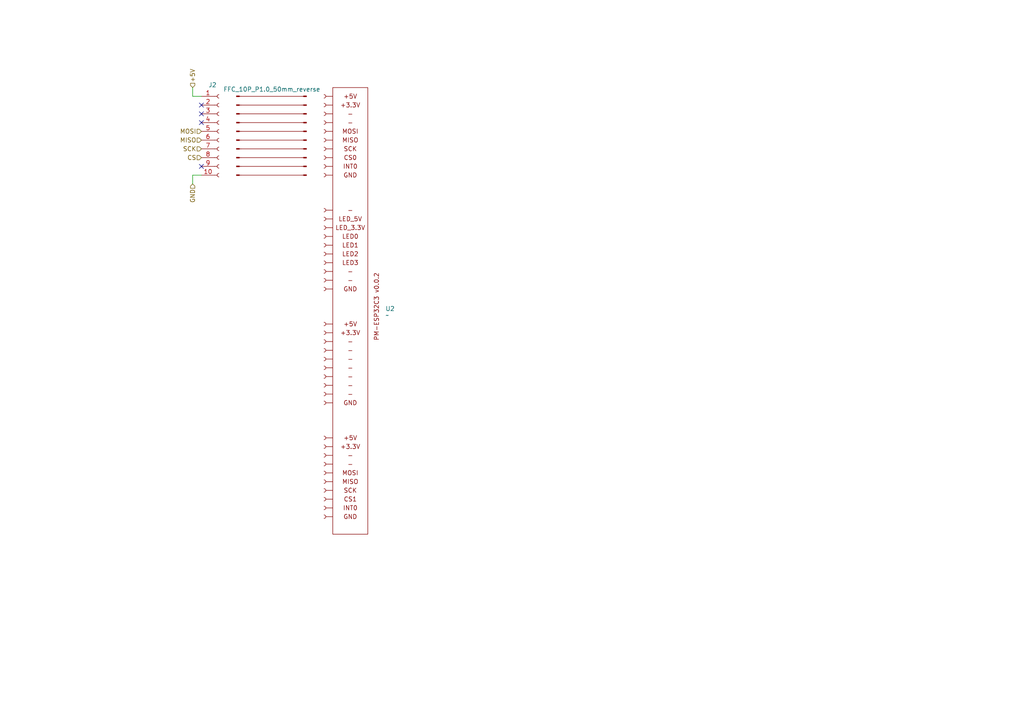
<source format=kicad_sch>
(kicad_sch (version 20231120) (generator "eeschema") (generator_version "8.0")
  (paper "A4")
  (lib_symbols
    (symbol "kicad_inventree_lib:AFA07-S10FCC-00" (pin_names (offset 1.016) hide)
      (property "Reference" "J" (at 0 12.7 0))
      (property "Value" "AFA07-S10FCC-00" (at 0 -15.24 0))
      (symbol "AFA07-S10FCC-00_1_1"
        (arc (start 0 -12.192) (mid -0.5058 -12.7) (end 0 -13.208) (stroke (width 0.1524)))
        (arc (start 0 -9.652) (mid -0.5058 -10.16) (end 0 -10.668) (stroke (width 0.1524)))
        (arc (start 0 -7.112) (mid -0.5058 -7.62) (end 0 -8.128) (stroke (width 0.1524)))
        (arc (start 0 -4.572) (mid -0.5058 -5.08) (end 0 -5.588) (stroke (width 0.1524)))
        (arc (start 0 -2.032) (mid -0.5058 -2.54) (end 0 -3.048) (stroke (width 0.1524)))
        (polyline (pts (xy -1.27 -12.7) (xy -0.508 -12.7)) (stroke (width 0.1524)))
        (polyline (pts (xy -1.27 -10.16) (xy -0.508 -10.16)) (stroke (width 0.1524)))
        (polyline (pts (xy -1.27 -7.62) (xy -0.508 -7.62)) (stroke (width 0.1524)))
        (polyline (pts (xy -1.27 -5.08) (xy -0.508 -5.08)) (stroke (width 0.1524)))
        (polyline (pts (xy -1.27 -2.54) (xy -0.508 -2.54)) (stroke (width 0.1524)))
        (polyline (pts (xy -1.27 0) (xy -0.508 0)) (stroke (width 0.1524)))
        (polyline (pts (xy -1.27 2.54) (xy -0.508 2.54)) (stroke (width 0.1524)))
        (polyline (pts (xy -1.27 5.08) (xy -0.508 5.08)) (stroke (width 0.1524)))
        (polyline (pts (xy -1.27 7.62) (xy -0.508 7.62)) (stroke (width 0.1524)))
        (polyline (pts (xy -1.27 10.16) (xy -0.508 10.16)) (stroke (width 0.1524)))
        (arc (start 0 0.508) (mid -0.5058 0) (end 0 -0.508) (stroke (width 0.1524)))
        (arc (start 0 3.048) (mid -0.5058 2.54) (end 0 2.032) (stroke (width 0.1524)))
        (arc (start 0 5.588) (mid -0.5058 5.08) (end 0 4.572) (stroke (width 0.1524)))
        (arc (start 0 8.128) (mid -0.5058 7.62) (end 0 7.112) (stroke (width 0.1524)))
        (arc (start 0 10.668) (mid -0.5058 10.16) (end 0 9.652) (stroke (width 0.1524)))
        (pin passive line (at -5.08 10.16 0) (length 3.81) (name "Pin_1") (number "1"))
        (pin passive line (at -5.08 -12.7 0) (length 3.81) (name "Pin_10") (number "10"))
        (pin passive line (at -5.08 7.62 0) (length 3.81) (name "Pin_2") (number "2"))
        (pin passive line (at -5.08 5.08 0) (length 3.81) (name "Pin_3") (number "3"))
        (pin passive line (at -5.08 2.54 0) (length 3.81) (name "Pin_4") (number "4"))
        (pin passive line (at -5.08 0 0) (length 3.81) (name "Pin_5") (number "5"))
        (pin passive line (at -5.08 -2.54 0) (length 3.81) (name "Pin_6") (number "6"))
        (pin passive line (at -5.08 -5.08 0) (length 3.81) (name "Pin_7") (number "7"))
        (pin passive line (at -5.08 -7.62 0) (length 3.81) (name "Pin_8") (number "8"))
        (pin passive line (at -5.08 -10.16 0) (length 3.81) (name "Pin_9") (number "9"))
      )
    )
    (symbol "kicad_inventree_lib:FFC_10P_P1.0_50mm_reverse" (on_board no)
      (property "Reference" "J" (at 0 2.794 0))
      (property "Value" "FFC_10P_P1.0_50mm_reverse" (at 0 0 0))
      (symbol "FFC_10P_P1.0_50mm_reverse_0_1"
        (polyline (pts (xy -8.89 -25.4) (xy 8.89 -25.4)))
        (polyline (pts (xy -8.89 -22.86) (xy 8.89 -22.86)))
        (polyline (pts (xy -8.89 -20.32) (xy 8.89 -20.32)))
        (polyline (pts (xy -8.89 -17.78) (xy 8.89 -17.78)))
        (polyline (pts (xy -8.89 -15.24) (xy 8.89 -15.24)))
        (polyline (pts (xy -8.89 -12.7) (xy 8.89 -12.7)))
        (polyline (pts (xy -8.89 -10.16) (xy 8.89 -10.16)))
        (polyline (pts (xy -8.89 -7.62) (xy 8.89 -7.62)))
        (polyline (pts (xy -8.89 -5.08) (xy 8.89 -5.08)))
        (polyline (pts (xy -8.89 -2.54) (xy 8.89 -2.54)))
      )
      (symbol "FFC_10P_P1.0_50mm_reverse_1_1"
        (rectangle (start -10.16 -25.273) (end -9.2964 -25.527) (stroke (width 0.1524)) (fill (type outline)))
        (rectangle (start -10.16 -22.733) (end -9.2964 -22.987) (stroke (width 0.1524)) (fill (type outline)))
        (rectangle (start -10.16 -20.193) (end -9.2964 -20.447) (stroke (width 0.1524)) (fill (type outline)))
        (rectangle (start -10.16 -17.653) (end -9.2964 -17.907) (stroke (width 0.1524)) (fill (type outline)))
        (rectangle (start -10.16 -15.113) (end -9.2964 -15.367) (stroke (width 0.1524)) (fill (type outline)))
        (rectangle (start -10.16 -12.573) (end -9.2964 -12.827) (stroke (width 0.1524)) (fill (type outline)))
        (rectangle (start -10.16 -10.033) (end -9.2964 -10.287) (stroke (width 0.1524)) (fill (type outline)))
        (rectangle (start -10.16 -7.493) (end -9.2964 -7.747) (stroke (width 0.1524)) (fill (type outline)))
        (rectangle (start -10.16 -4.953) (end -9.2964 -5.207) (stroke (width 0.1524)) (fill (type outline)))
        (rectangle (start -10.16 -2.413) (end -9.2964 -2.667) (stroke (width 0.1524)) (fill (type outline)))
        (polyline (pts (xy -8.89 -25.4) (xy -9.2964 -25.4)) (stroke (width 0.1524)))
        (polyline (pts (xy -8.89 -22.86) (xy -9.2964 -22.86)) (stroke (width 0.1524)))
        (polyline (pts (xy -8.89 -20.32) (xy -9.2964 -20.32)) (stroke (width 0.1524)))
        (polyline (pts (xy -8.89 -17.78) (xy -9.2964 -17.78)) (stroke (width 0.1524)))
        (polyline (pts (xy -8.89 -15.24) (xy -9.2964 -15.24)) (stroke (width 0.1524)))
        (polyline (pts (xy -8.89 -12.7) (xy -9.2964 -12.7)) (stroke (width 0.1524)))
        (polyline (pts (xy -8.89 -10.16) (xy -9.2964 -10.16)) (stroke (width 0.1524)))
        (polyline (pts (xy -8.89 -7.62) (xy -9.2964 -7.62)) (stroke (width 0.1524)))
        (polyline (pts (xy -8.89 -5.08) (xy -9.2964 -5.08)) (stroke (width 0.1524)))
        (polyline (pts (xy -8.89 -2.54) (xy -9.2964 -2.54)) (stroke (width 0.1524)))
        (polyline (pts (xy 8.89 -25.4) (xy 9.2964 -25.4)) (stroke (width 0.1524)))
        (polyline (pts (xy 8.89 -22.86) (xy 9.2964 -22.86)) (stroke (width 0.1524)))
        (polyline (pts (xy 8.89 -20.32) (xy 9.2964 -20.32)) (stroke (width 0.1524)))
        (polyline (pts (xy 8.89 -17.78) (xy 9.2964 -17.78)) (stroke (width 0.1524)))
        (polyline (pts (xy 8.89 -15.24) (xy 9.2964 -15.24)) (stroke (width 0.1524)))
        (polyline (pts (xy 8.89 -12.7) (xy 9.2964 -12.7)) (stroke (width 0.1524)))
        (polyline (pts (xy 8.89 -10.16) (xy 9.2964 -10.16)) (stroke (width 0.1524)))
        (polyline (pts (xy 8.89 -7.62) (xy 9.2964 -7.62)) (stroke (width 0.1524)))
        (polyline (pts (xy 8.89 -5.08) (xy 9.2964 -5.08)) (stroke (width 0.1524)))
        (polyline (pts (xy 8.89 -2.54) (xy 9.2964 -2.54)) (stroke (width 0.1524)))
        (rectangle (start 9.2964 -25.273) (end 10.16 -25.527) (stroke (width 0.1524)) (fill (type outline)))
        (rectangle (start 9.2964 -22.733) (end 10.16 -22.987) (stroke (width 0.1524)) (fill (type outline)))
        (rectangle (start 9.2964 -20.193) (end 10.16 -20.447) (stroke (width 0.1524)) (fill (type outline)))
        (rectangle (start 9.2964 -17.653) (end 10.16 -17.907) (stroke (width 0.1524)) (fill (type outline)))
        (rectangle (start 9.2964 -15.113) (end 10.16 -15.367) (stroke (width 0.1524)) (fill (type outline)))
        (rectangle (start 9.2964 -12.573) (end 10.16 -12.827) (stroke (width 0.1524)) (fill (type outline)))
        (rectangle (start 9.2964 -10.033) (end 10.16 -10.287) (stroke (width 0.1524)) (fill (type outline)))
        (rectangle (start 9.2964 -7.493) (end 10.16 -7.747) (stroke (width 0.1524)) (fill (type outline)))
        (rectangle (start 9.2964 -4.953) (end 10.16 -5.207) (stroke (width 0.1524)) (fill (type outline)))
        (rectangle (start 9.2964 -2.413) (end 10.16 -2.667) (stroke (width 0.1524)) (fill (type outline)))
      )
    )
    (symbol "kicad_inventree_lib:PM-ESP32C3_v0.0.2"
      (property "Reference" "U" (at 0 0 0))
      (symbol "PM-ESP32C3_v0.0.2_0_1"
        (rectangle (start -5.08 -2.54) (end 5.08 -132.08))
      )
      (symbol "PM-ESP32C3_v0.0.2_1_1"
        (arc (start -7.6178 -127.508) (mid -7.112 -127) (end -7.6178 -126.492) (stroke (width 0.1524)))
        (arc (start -7.6178 -124.968) (mid -7.112 -124.46) (end -7.6178 -123.952) (stroke (width 0.1524)))
        (arc (start -7.6178 -122.428) (mid -7.112 -121.92) (end -7.6178 -121.412) (stroke (width 0.1524)))
        (arc (start -7.6178 -119.888) (mid -7.112 -119.38) (end -7.6178 -118.872) (stroke (width 0.1524)))
        (arc (start -7.6178 -117.348) (mid -7.112 -116.84) (end -7.6178 -116.332) (stroke (width 0.1524)))
        (arc (start -7.6178 -114.808) (mid -7.112 -114.3) (end -7.6178 -113.792) (stroke (width 0.1524)))
        (arc (start -7.6178 -112.268) (mid -7.112 -111.76) (end -7.6178 -111.252) (stroke (width 0.1524)))
        (arc (start -7.6178 -109.728) (mid -7.112 -109.22) (end -7.6178 -108.712) (stroke (width 0.1524)))
        (arc (start -7.6178 -107.188) (mid -7.112 -106.68) (end -7.6178 -106.172) (stroke (width 0.1524)))
        (arc (start -7.6178 -104.648) (mid -7.112 -104.14) (end -7.6178 -103.632) (stroke (width 0.1524)))
        (arc (start -7.6178 -94.488) (mid -7.112 -93.98) (end -7.6178 -93.472) (stroke (width 0.1524)))
        (arc (start -7.6178 -91.948) (mid -7.112 -91.44) (end -7.6178 -90.932) (stroke (width 0.1524)))
        (arc (start -7.6178 -89.408) (mid -7.112 -88.9) (end -7.6178 -88.392) (stroke (width 0.1524)))
        (arc (start -7.6178 -86.868) (mid -7.112 -86.36) (end -7.6178 -85.852) (stroke (width 0.1524)))
        (arc (start -7.6178 -84.328) (mid -7.112 -83.82) (end -7.6178 -83.312) (stroke (width 0.1524)))
        (arc (start -7.6178 -81.788) (mid -7.112 -81.28) (end -7.6178 -80.772) (stroke (width 0.1524)))
        (arc (start -7.6178 -79.248) (mid -7.112 -78.74) (end -7.6178 -78.232) (stroke (width 0.1524)))
        (arc (start -7.6178 -76.708) (mid -7.112 -76.2) (end -7.6178 -75.692) (stroke (width 0.1524)))
        (arc (start -7.6178 -74.168) (mid -7.112 -73.66) (end -7.6178 -73.152) (stroke (width 0.1524)))
        (arc (start -7.6178 -71.628) (mid -7.112 -71.12) (end -7.6178 -70.612) (stroke (width 0.1524)))
        (arc (start -7.6178 -61.468) (mid -7.112 -60.96) (end -7.6178 -60.452) (stroke (width 0.1524)))
        (arc (start -7.6178 -58.928) (mid -7.112 -58.42) (end -7.6178 -57.912) (stroke (width 0.1524)))
        (arc (start -7.6178 -56.388) (mid -7.112 -55.88) (end -7.6178 -55.372) (stroke (width 0.1524)))
        (arc (start -7.6178 -53.848) (mid -7.112 -53.34) (end -7.6178 -52.832) (stroke (width 0.1524)))
        (arc (start -7.6178 -51.308) (mid -7.112 -50.8) (end -7.6178 -50.292) (stroke (width 0.1524)))
        (arc (start -7.6178 -48.768) (mid -7.112 -48.26) (end -7.6178 -47.752) (stroke (width 0.1524)))
        (arc (start -7.6178 -46.228) (mid -7.112 -45.72) (end -7.6178 -45.212) (stroke (width 0.1524)))
        (arc (start -7.6178 -43.688) (mid -7.112 -43.18) (end -7.6178 -42.672) (stroke (width 0.1524)))
        (arc (start -7.6178 -41.148) (mid -7.112 -40.64) (end -7.6178 -40.132) (stroke (width 0.1524)))
        (arc (start -7.6178 -38.608) (mid -7.112 -38.1) (end -7.6178 -37.592) (stroke (width 0.1524)))
        (arc (start -7.6178 -28.448) (mid -7.112 -27.94) (end -7.6178 -27.432) (stroke (width 0.1524)))
        (arc (start -7.6178 -25.908) (mid -7.112 -25.4) (end -7.6178 -24.892) (stroke (width 0.1524)))
        (arc (start -7.6178 -23.368) (mid -7.112 -22.86) (end -7.6178 -22.352) (stroke (width 0.1524)))
        (arc (start -7.6178 -20.828) (mid -7.112 -20.32) (end -7.6178 -19.812) (stroke (width 0.1524)))
        (arc (start -7.6178 -18.288) (mid -7.112 -17.78) (end -7.6178 -17.272) (stroke (width 0.1524)))
        (arc (start -7.6178 -15.748) (mid -7.112 -15.24) (end -7.6178 -14.732) (stroke (width 0.1524)))
        (arc (start -7.6178 -13.208) (mid -7.112 -12.7) (end -7.6178 -12.192) (stroke (width 0.1524)))
        (arc (start -7.6178 -10.668) (mid -7.112 -10.16) (end -7.6178 -9.652) (stroke (width 0.1524)))
        (arc (start -7.6178 -8.128) (mid -7.112 -7.62) (end -7.6178 -7.112) (stroke (width 0.1524)))
        (arc (start -7.6178 -5.588) (mid -7.112 -5.08) (end -7.6178 -4.572) (stroke (width 0.1524)))
        (polyline (pts (xy -5.08 -127) (xy -7.1098 -127)) (stroke (width 0.1524)))
        (polyline (pts (xy -5.08 -124.46) (xy -7.1098 -124.46)) (stroke (width 0.1524)))
        (polyline (pts (xy -5.08 -121.92) (xy -7.1098 -121.92)) (stroke (width 0.1524)))
        (polyline (pts (xy -5.08 -119.38) (xy -7.1098 -119.38)) (stroke (width 0.1524)))
        (polyline (pts (xy -5.08 -116.84) (xy -7.1098 -116.84)) (stroke (width 0.1524)))
        (polyline (pts (xy -5.08 -114.3) (xy -7.1098 -114.3)) (stroke (width 0.1524)))
        (polyline (pts (xy -5.08 -111.76) (xy -7.1098 -111.76)) (stroke (width 0.1524)))
        (polyline (pts (xy -5.08 -109.22) (xy -7.1098 -109.22)) (stroke (width 0.1524)))
        (polyline (pts (xy -5.08 -106.68) (xy -7.1098 -106.68)) (stroke (width 0.1524)))
        (polyline (pts (xy -5.08 -104.14) (xy -7.1098 -104.14)) (stroke (width 0.1524)))
        (polyline (pts (xy -5.08 -93.98) (xy -7.1098 -93.98)) (stroke (width 0.1524)))
        (polyline (pts (xy -5.08 -91.44) (xy -7.1098 -91.44)) (stroke (width 0.1524)))
        (polyline (pts (xy -5.08 -88.9) (xy -7.1098 -88.9)) (stroke (width 0.1524)))
        (polyline (pts (xy -5.08 -86.36) (xy -7.1098 -86.36)) (stroke (width 0.1524)))
        (polyline (pts (xy -5.08 -83.82) (xy -7.1098 -83.82)) (stroke (width 0.1524)))
        (polyline (pts (xy -5.08 -81.28) (xy -7.1098 -81.28)) (stroke (width 0.1524)))
        (polyline (pts (xy -5.08 -78.74) (xy -7.1098 -78.74)) (stroke (width 0.1524)))
        (polyline (pts (xy -5.08 -76.2) (xy -7.1098 -76.2)) (stroke (width 0.1524)))
        (polyline (pts (xy -5.08 -73.66) (xy -7.1098 -73.66)) (stroke (width 0.1524)))
        (polyline (pts (xy -5.08 -71.12) (xy -7.1098 -71.12)) (stroke (width 0.1524)))
        (polyline (pts (xy -5.08 -60.96) (xy -7.1098 -60.96)) (stroke (width 0.1524)))
        (polyline (pts (xy -5.08 -58.42) (xy -7.1098 -58.42)) (stroke (width 0.1524)))
        (polyline (pts (xy -5.08 -55.88) (xy -7.1098 -55.88)) (stroke (width 0.1524)))
        (polyline (pts (xy -5.08 -53.34) (xy -7.1098 -53.34)) (stroke (width 0.1524)))
        (polyline (pts (xy -5.08 -50.8) (xy -7.1098 -50.8)) (stroke (width 0.1524)))
        (polyline (pts (xy -5.08 -48.26) (xy -7.1098 -48.26)) (stroke (width 0.1524)))
        (polyline (pts (xy -5.08 -45.72) (xy -7.1098 -45.72)) (stroke (width 0.1524)))
        (polyline (pts (xy -5.08 -43.18) (xy -7.1098 -43.18)) (stroke (width 0.1524)))
        (polyline (pts (xy -5.08 -40.64) (xy -7.1098 -40.64)) (stroke (width 0.1524)))
        (polyline (pts (xy -5.08 -38.1) (xy -7.1098 -38.1)) (stroke (width 0.1524)))
        (polyline (pts (xy -5.08 -27.94) (xy -7.1098 -27.94)) (stroke (width 0.1524)))
        (polyline (pts (xy -5.08 -25.4) (xy -7.1098 -25.4)) (stroke (width 0.1524)))
        (polyline (pts (xy -5.08 -22.86) (xy -7.1098 -22.86)) (stroke (width 0.1524)))
        (polyline (pts (xy -5.08 -20.32) (xy -7.1098 -20.32)) (stroke (width 0.1524)))
        (polyline (pts (xy -5.08 -17.78) (xy -7.1098 -17.78)) (stroke (width 0.1524)))
        (polyline (pts (xy -5.08 -15.24) (xy -7.1098 -15.24)) (stroke (width 0.1524)))
        (polyline (pts (xy -5.08 -12.7) (xy -7.1098 -12.7)) (stroke (width 0.1524)))
        (polyline (pts (xy -5.08 -10.16) (xy -7.1098 -10.16)) (stroke (width 0.1524)))
        (polyline (pts (xy -5.08 -7.62) (xy -7.1098 -7.62)) (stroke (width 0.1524)))
        (polyline (pts (xy -5.08 -5.08) (xy -7.1098 -5.08)) (stroke (width 0.1524)))
        (text "+3.3V" (at 0 -106.68 0) (effects (font (size 1.27 1.27))))
        (text "+3.3V" (at 0 -73.66 0) (effects (font (size 1.27 1.27))))
        (text "+3.3V" (at 0 -7.62 0) (effects (font (size 1.27 1.27))))
        (text "+5V" (at 0 -104.14 0) (effects (font (size 1.27 1.27))))
        (text "+5V" (at 0 -71.12 0) (effects (font (size 1.27 1.27))))
        (text "+5V" (at 0 -5.08 0) (effects (font (size 1.27 1.27))))
        (text "-" (at 0 -111.76 0) (effects (font (size 1.27 1.27))))
        (text "-" (at 0 -109.22 0) (effects (font (size 1.27 1.27))))
        (text "-" (at 0 -91.44 0) (effects (font (size 1.27 1.27))))
        (text "-" (at 0 -88.9 0) (effects (font (size 1.27 1.27))))
        (text "-" (at 0 -86.36 0) (effects (font (size 1.27 1.27))))
        (text "-" (at 0 -83.82 0) (effects (font (size 1.27 1.27))))
        (text "-" (at 0 -81.28 0) (effects (font (size 1.27 1.27))))
        (text "-" (at 0 -78.74 0) (effects (font (size 1.27 1.27))))
        (text "-" (at 0 -76.2 0) (effects (font (size 1.27 1.27))))
        (text "-" (at 0 -58.42 0) (effects (font (size 1.27 1.27))))
        (text "-" (at 0 -55.88 0) (effects (font (size 1.27 1.27))))
        (text "-" (at 0 -38.1 0) (effects (font (size 1.27 1.27))))
        (text "-" (at 0 -12.7 0) (effects (font (size 1.27 1.27))))
        (text "-" (at 0 -10.16 0) (effects (font (size 1.27 1.27))))
        (text "CS0" (at 0 -22.86 0) (effects (font (size 1.27 1.27))))
        (text "CS1" (at 0 -121.92 0) (effects (font (size 1.27 1.27))))
        (text "GND" (at 0 -127 0) (effects (font (size 1.27 1.27))))
        (text "GND" (at 0 -93.98 0) (effects (font (size 1.27 1.27))))
        (text "GND" (at 0 -60.96 0) (effects (font (size 1.27 1.27))))
        (text "GND" (at 0 -27.94 0) (effects (font (size 1.27 1.27))))
        (text "INT0" (at 0 -124.46 0) (effects (font (size 1.27 1.27))))
        (text "INT0" (at 0 -25.4 0) (effects (font (size 1.27 1.27))))
        (text "LED0" (at 0 -45.72 0) (effects (font (size 1.27 1.27))))
        (text "LED1" (at 0 -48.26 0) (effects (font (size 1.27 1.27))))
        (text "LED2" (at 0 -50.8 0) (effects (font (size 1.27 1.27))))
        (text "LED3" (at 0 -53.34 0) (effects (font (size 1.27 1.27))))
        (text "LED_3.3V" (at 0 -43.18 0) (effects (font (size 1.27 1.27))))
        (text "LED_5V" (at 0 -40.64 0) (effects (font (size 1.27 1.27))))
        (text "MISO" (at 0 -116.84 0) (effects (font (size 1.27 1.27))))
        (text "MISO" (at 0 -17.78 0) (effects (font (size 1.27 1.27))))
        (text "MOSI" (at 0 -114.3 0) (effects (font (size 1.27 1.27))))
        (text "MOSI" (at 0 -15.24 0) (effects (font (size 1.27 1.27))))
        (text "PM-ESP32C3 v0.0.2" (at 7.62 -66.04 900) (effects (font (size 1.27 1.27))))
        (text "SCK" (at 0 -119.38 0) (effects (font (size 1.27 1.27))))
        (text "SCK" (at 0 -20.32 0) (effects (font (size 1.27 1.27))))
      )
    )
  )
  (no_connect (at 58.42 35.56))
  (no_connect (at 58.42 30.48))
  (no_connect (at 58.42 33.02))
  (no_connect (at 58.42 48.26))
  (wire (pts (xy 55.88 27.94) (xy 55.88 25.4)))
  (wire (pts (xy 58.42 27.94) (xy 55.88 27.94)))
  (wire (pts (xy 55.88 50.8) (xy 58.42 50.8)))
  (wire (pts (xy 55.88 53.34) (xy 55.88 50.8)))
  (hierarchical_label "CS" (shape input) (at 58.42 45.72 180))
  (hierarchical_label "MOSI" (shape input) (at 58.42 38.1 180))
  (hierarchical_label "+5V" (shape input) (at 55.88 25.4 90))
  (hierarchical_label "SCK" (shape input) (at 58.42 43.18 180))
  (hierarchical_label "GND" (shape input) (at 55.88 53.34 270))
  (hierarchical_label "MISO" (shape input) (at 58.42 40.64 180))
  (symbol (lib_id "kicad_inventree_lib:FFC_10P_P1.0_50mm_reverse") (at 78.74 25.4 0) (unit 1) (on_board no)
    (property "Reference" "J3" (effects (hide yes)))
    (property "Value" "FFC_10P_P1.0_50mm_reverse" (at 64.77 25.908 0) (effects (justify left)))
    (property "Datasheet" "http://inventree.network/part/171/" (effects (hide yes)))
    (property "part_ipn" "FFC_10P_P1.0_50mm_reverse" (effects (hide yes)))
  )
  (symbol (lib_id "kicad_inventree_lib:AFA07-S10FCC-00") (at 63.5 38.1 0) (unit 1)
    (property "Reference" "J2" (at 60.452 24.638 0) (effects (justify left)))
    (property "Value" "AFA07-S10FCC-00" (effects (hide yes)))
    (property "Footprint" "kicad_inventree_lib:CONN10_AFA07-S10_JUS" (effects (hide yes)))
    (property "Datasheet" "http://inventree.network/part/170/" (effects (hide yes)))
    (property "Description" "Generic connector, single row, 01x10, script generated" (effects (hide yes)))
  )
  (symbol (lib_id "kicad_inventree_lib:PM-ESP32C3_v0.0.2") (at 101.6 22.86 0) (unit 1)
    (property "Reference" "U2" (at 111.76 89.5349 0) (effects (justify left)))
    (property "Value" "~" (at 111.76 91.44 0) (effects (justify left)))
    (property "Footprint" "kicad_inventree_lib:PM-ESP32C3_v0.0.2" (effects (hide yes)))
  )
)
</source>
